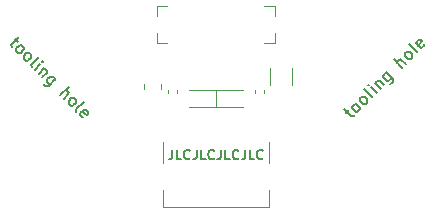
<source format=gto>
%TF.GenerationSoftware,KiCad,Pcbnew,7.0.8*%
%TF.CreationDate,2023-10-15T21:47:16+02:00*%
%TF.ProjectId,usb-board,7573622d-626f-4617-9264-2e6b69636164,rev?*%
%TF.SameCoordinates,Original*%
%TF.FileFunction,Legend,Top*%
%TF.FilePolarity,Positive*%
%FSLAX46Y46*%
G04 Gerber Fmt 4.6, Leading zero omitted, Abs format (unit mm)*
G04 Created by KiCad (PCBNEW 7.0.8) date 2023-10-15 21:47:16*
%MOMM*%
%LPD*%
G01*
G04 APERTURE LIST*
%ADD10C,0.150000*%
%ADD11C,0.120000*%
G04 APERTURE END LIST*
D10*
X96317731Y-106144295D02*
X96317731Y-106715723D01*
X96317731Y-106715723D02*
X96279636Y-106830009D01*
X96279636Y-106830009D02*
X96203445Y-106906200D01*
X96203445Y-106906200D02*
X96089160Y-106944295D01*
X96089160Y-106944295D02*
X96012969Y-106944295D01*
X97079636Y-106944295D02*
X96698684Y-106944295D01*
X96698684Y-106944295D02*
X96698684Y-106144295D01*
X97803446Y-106868104D02*
X97765350Y-106906200D01*
X97765350Y-106906200D02*
X97651065Y-106944295D01*
X97651065Y-106944295D02*
X97574874Y-106944295D01*
X97574874Y-106944295D02*
X97460588Y-106906200D01*
X97460588Y-106906200D02*
X97384398Y-106830009D01*
X97384398Y-106830009D02*
X97346303Y-106753819D01*
X97346303Y-106753819D02*
X97308207Y-106601438D01*
X97308207Y-106601438D02*
X97308207Y-106487152D01*
X97308207Y-106487152D02*
X97346303Y-106334771D01*
X97346303Y-106334771D02*
X97384398Y-106258580D01*
X97384398Y-106258580D02*
X97460588Y-106182390D01*
X97460588Y-106182390D02*
X97574874Y-106144295D01*
X97574874Y-106144295D02*
X97651065Y-106144295D01*
X97651065Y-106144295D02*
X97765350Y-106182390D01*
X97765350Y-106182390D02*
X97803446Y-106220485D01*
X98374874Y-106144295D02*
X98374874Y-106715723D01*
X98374874Y-106715723D02*
X98336779Y-106830009D01*
X98336779Y-106830009D02*
X98260588Y-106906200D01*
X98260588Y-106906200D02*
X98146303Y-106944295D01*
X98146303Y-106944295D02*
X98070112Y-106944295D01*
X99136779Y-106944295D02*
X98755827Y-106944295D01*
X98755827Y-106944295D02*
X98755827Y-106144295D01*
X99860589Y-106868104D02*
X99822493Y-106906200D01*
X99822493Y-106906200D02*
X99708208Y-106944295D01*
X99708208Y-106944295D02*
X99632017Y-106944295D01*
X99632017Y-106944295D02*
X99517731Y-106906200D01*
X99517731Y-106906200D02*
X99441541Y-106830009D01*
X99441541Y-106830009D02*
X99403446Y-106753819D01*
X99403446Y-106753819D02*
X99365350Y-106601438D01*
X99365350Y-106601438D02*
X99365350Y-106487152D01*
X99365350Y-106487152D02*
X99403446Y-106334771D01*
X99403446Y-106334771D02*
X99441541Y-106258580D01*
X99441541Y-106258580D02*
X99517731Y-106182390D01*
X99517731Y-106182390D02*
X99632017Y-106144295D01*
X99632017Y-106144295D02*
X99708208Y-106144295D01*
X99708208Y-106144295D02*
X99822493Y-106182390D01*
X99822493Y-106182390D02*
X99860589Y-106220485D01*
X100432017Y-106144295D02*
X100432017Y-106715723D01*
X100432017Y-106715723D02*
X100393922Y-106830009D01*
X100393922Y-106830009D02*
X100317731Y-106906200D01*
X100317731Y-106906200D02*
X100203446Y-106944295D01*
X100203446Y-106944295D02*
X100127255Y-106944295D01*
X101193922Y-106944295D02*
X100812970Y-106944295D01*
X100812970Y-106944295D02*
X100812970Y-106144295D01*
X101917732Y-106868104D02*
X101879636Y-106906200D01*
X101879636Y-106906200D02*
X101765351Y-106944295D01*
X101765351Y-106944295D02*
X101689160Y-106944295D01*
X101689160Y-106944295D02*
X101574874Y-106906200D01*
X101574874Y-106906200D02*
X101498684Y-106830009D01*
X101498684Y-106830009D02*
X101460589Y-106753819D01*
X101460589Y-106753819D02*
X101422493Y-106601438D01*
X101422493Y-106601438D02*
X101422493Y-106487152D01*
X101422493Y-106487152D02*
X101460589Y-106334771D01*
X101460589Y-106334771D02*
X101498684Y-106258580D01*
X101498684Y-106258580D02*
X101574874Y-106182390D01*
X101574874Y-106182390D02*
X101689160Y-106144295D01*
X101689160Y-106144295D02*
X101765351Y-106144295D01*
X101765351Y-106144295D02*
X101879636Y-106182390D01*
X101879636Y-106182390D02*
X101917732Y-106220485D01*
X102489160Y-106144295D02*
X102489160Y-106715723D01*
X102489160Y-106715723D02*
X102451065Y-106830009D01*
X102451065Y-106830009D02*
X102374874Y-106906200D01*
X102374874Y-106906200D02*
X102260589Y-106944295D01*
X102260589Y-106944295D02*
X102184398Y-106944295D01*
X103251065Y-106944295D02*
X102870113Y-106944295D01*
X102870113Y-106944295D02*
X102870113Y-106144295D01*
X103974875Y-106868104D02*
X103936779Y-106906200D01*
X103936779Y-106906200D02*
X103822494Y-106944295D01*
X103822494Y-106944295D02*
X103746303Y-106944295D01*
X103746303Y-106944295D02*
X103632017Y-106906200D01*
X103632017Y-106906200D02*
X103555827Y-106830009D01*
X103555827Y-106830009D02*
X103517732Y-106753819D01*
X103517732Y-106753819D02*
X103479636Y-106601438D01*
X103479636Y-106601438D02*
X103479636Y-106487152D01*
X103479636Y-106487152D02*
X103517732Y-106334771D01*
X103517732Y-106334771D02*
X103555827Y-106258580D01*
X103555827Y-106258580D02*
X103632017Y-106182390D01*
X103632017Y-106182390D02*
X103746303Y-106144295D01*
X103746303Y-106144295D02*
X103822494Y-106144295D01*
X103822494Y-106144295D02*
X103936779Y-106182390D01*
X103936779Y-106182390D02*
X103974875Y-106220485D01*
X110985056Y-103015346D02*
X111254430Y-102745972D01*
X110850369Y-102678628D02*
X111456460Y-103284720D01*
X111456460Y-103284720D02*
X111557475Y-103318391D01*
X111557475Y-103318391D02*
X111658491Y-103284720D01*
X111658491Y-103284720D02*
X111725834Y-103217376D01*
X112062552Y-102880658D02*
X111961537Y-102914330D01*
X111961537Y-102914330D02*
X111894193Y-102914330D01*
X111894193Y-102914330D02*
X111793178Y-102880658D01*
X111793178Y-102880658D02*
X111591147Y-102678628D01*
X111591147Y-102678628D02*
X111557476Y-102577612D01*
X111557476Y-102577612D02*
X111557476Y-102510269D01*
X111557476Y-102510269D02*
X111591147Y-102409254D01*
X111591147Y-102409254D02*
X111692163Y-102308238D01*
X111692163Y-102308238D02*
X111793178Y-102274567D01*
X111793178Y-102274567D02*
X111860522Y-102274567D01*
X111860522Y-102274567D02*
X111961537Y-102308238D01*
X111961537Y-102308238D02*
X112163567Y-102510269D01*
X112163567Y-102510269D02*
X112197239Y-102611284D01*
X112197239Y-102611284D02*
X112197239Y-102678628D01*
X112197239Y-102678628D02*
X112163567Y-102779643D01*
X112163567Y-102779643D02*
X112062552Y-102880658D01*
X112702315Y-102240895D02*
X112601300Y-102274567D01*
X112601300Y-102274567D02*
X112533957Y-102274567D01*
X112533957Y-102274567D02*
X112432941Y-102240895D01*
X112432941Y-102240895D02*
X112230911Y-102038864D01*
X112230911Y-102038864D02*
X112197239Y-101937849D01*
X112197239Y-101937849D02*
X112197239Y-101870506D01*
X112197239Y-101870506D02*
X112230911Y-101769490D01*
X112230911Y-101769490D02*
X112331926Y-101668475D01*
X112331926Y-101668475D02*
X112432941Y-101634803D01*
X112432941Y-101634803D02*
X112500285Y-101634803D01*
X112500285Y-101634803D02*
X112601300Y-101668475D01*
X112601300Y-101668475D02*
X112803331Y-101870506D01*
X112803331Y-101870506D02*
X112837002Y-101971521D01*
X112837002Y-101971521D02*
X112837002Y-102038864D01*
X112837002Y-102038864D02*
X112803331Y-102139880D01*
X112803331Y-102139880D02*
X112702315Y-102240895D01*
X113342079Y-101601132D02*
X113241063Y-101634803D01*
X113241063Y-101634803D02*
X113140048Y-101601132D01*
X113140048Y-101601132D02*
X112533957Y-100995040D01*
X113611453Y-101331757D02*
X113140049Y-100860353D01*
X112904346Y-100624650D02*
X112904346Y-100691994D01*
X112904346Y-100691994D02*
X112971690Y-100691994D01*
X112971690Y-100691994D02*
X112971690Y-100624650D01*
X112971690Y-100624650D02*
X112904346Y-100624650D01*
X112904346Y-100624650D02*
X112971690Y-100691994D01*
X113476766Y-100523636D02*
X113948170Y-100995040D01*
X113544109Y-100590979D02*
X113544109Y-100523636D01*
X113544109Y-100523636D02*
X113577781Y-100422620D01*
X113577781Y-100422620D02*
X113678796Y-100321605D01*
X113678796Y-100321605D02*
X113779811Y-100287933D01*
X113779811Y-100287933D02*
X113880827Y-100321605D01*
X113880827Y-100321605D02*
X114251216Y-100691994D01*
X114419575Y-99580826D02*
X114991995Y-100153246D01*
X114991995Y-100153246D02*
X115025666Y-100254261D01*
X115025666Y-100254261D02*
X115025666Y-100321605D01*
X115025666Y-100321605D02*
X114991995Y-100422620D01*
X114991995Y-100422620D02*
X114890979Y-100523635D01*
X114890979Y-100523635D02*
X114789964Y-100557307D01*
X114857308Y-100018559D02*
X114823636Y-100119574D01*
X114823636Y-100119574D02*
X114688949Y-100254261D01*
X114688949Y-100254261D02*
X114587934Y-100287933D01*
X114587934Y-100287933D02*
X114520590Y-100287933D01*
X114520590Y-100287933D02*
X114419575Y-100254261D01*
X114419575Y-100254261D02*
X114217544Y-100052231D01*
X114217544Y-100052231D02*
X114183873Y-99951216D01*
X114183873Y-99951216D02*
X114183873Y-99883872D01*
X114183873Y-99883872D02*
X114217544Y-99782857D01*
X114217544Y-99782857D02*
X114352231Y-99648170D01*
X114352231Y-99648170D02*
X114453247Y-99614498D01*
X115766445Y-99176765D02*
X115059338Y-98469658D01*
X116069491Y-98873719D02*
X115699102Y-98503330D01*
X115699102Y-98503330D02*
X115598086Y-98469658D01*
X115598086Y-98469658D02*
X115497071Y-98503330D01*
X115497071Y-98503330D02*
X115396056Y-98604345D01*
X115396056Y-98604345D02*
X115362384Y-98705361D01*
X115362384Y-98705361D02*
X115362384Y-98772704D01*
X116507224Y-98435987D02*
X116406208Y-98469658D01*
X116406208Y-98469658D02*
X116338865Y-98469658D01*
X116338865Y-98469658D02*
X116237850Y-98435987D01*
X116237850Y-98435987D02*
X116035819Y-98233956D01*
X116035819Y-98233956D02*
X116002147Y-98132941D01*
X116002147Y-98132941D02*
X116002147Y-98065597D01*
X116002147Y-98065597D02*
X116035819Y-97964582D01*
X116035819Y-97964582D02*
X116136834Y-97863567D01*
X116136834Y-97863567D02*
X116237850Y-97829895D01*
X116237850Y-97829895D02*
X116305193Y-97829895D01*
X116305193Y-97829895D02*
X116406208Y-97863567D01*
X116406208Y-97863567D02*
X116608239Y-98065597D01*
X116608239Y-98065597D02*
X116641911Y-98166613D01*
X116641911Y-98166613D02*
X116641911Y-98233956D01*
X116641911Y-98233956D02*
X116608239Y-98334971D01*
X116608239Y-98334971D02*
X116507224Y-98435987D01*
X117146987Y-97796223D02*
X117045972Y-97829895D01*
X117045972Y-97829895D02*
X116944957Y-97796223D01*
X116944957Y-97796223D02*
X116338865Y-97190132D01*
X117652064Y-97223803D02*
X117618392Y-97324818D01*
X117618392Y-97324818D02*
X117483705Y-97459505D01*
X117483705Y-97459505D02*
X117382690Y-97493177D01*
X117382690Y-97493177D02*
X117281674Y-97459505D01*
X117281674Y-97459505D02*
X117012300Y-97190131D01*
X117012300Y-97190131D02*
X116978629Y-97089116D01*
X116978629Y-97089116D02*
X117012300Y-96988101D01*
X117012300Y-96988101D02*
X117146987Y-96853414D01*
X117146987Y-96853414D02*
X117248003Y-96819742D01*
X117248003Y-96819742D02*
X117349018Y-96853414D01*
X117349018Y-96853414D02*
X117416361Y-96920757D01*
X117416361Y-96920757D02*
X117146987Y-97324818D01*
X82984653Y-96735056D02*
X83254027Y-97004430D01*
X83321371Y-96600369D02*
X82715279Y-97206460D01*
X82715279Y-97206460D02*
X82681608Y-97307475D01*
X82681608Y-97307475D02*
X82715279Y-97408491D01*
X82715279Y-97408491D02*
X82782623Y-97475834D01*
X83119341Y-97812552D02*
X83085669Y-97711537D01*
X83085669Y-97711537D02*
X83085669Y-97644193D01*
X83085669Y-97644193D02*
X83119341Y-97543178D01*
X83119341Y-97543178D02*
X83321371Y-97341147D01*
X83321371Y-97341147D02*
X83422387Y-97307476D01*
X83422387Y-97307476D02*
X83489730Y-97307476D01*
X83489730Y-97307476D02*
X83590745Y-97341147D01*
X83590745Y-97341147D02*
X83691761Y-97442163D01*
X83691761Y-97442163D02*
X83725432Y-97543178D01*
X83725432Y-97543178D02*
X83725432Y-97610522D01*
X83725432Y-97610522D02*
X83691761Y-97711537D01*
X83691761Y-97711537D02*
X83489730Y-97913567D01*
X83489730Y-97913567D02*
X83388715Y-97947239D01*
X83388715Y-97947239D02*
X83321371Y-97947239D01*
X83321371Y-97947239D02*
X83220356Y-97913567D01*
X83220356Y-97913567D02*
X83119341Y-97812552D01*
X83759104Y-98452315D02*
X83725432Y-98351300D01*
X83725432Y-98351300D02*
X83725432Y-98283957D01*
X83725432Y-98283957D02*
X83759104Y-98182941D01*
X83759104Y-98182941D02*
X83961135Y-97980911D01*
X83961135Y-97980911D02*
X84062150Y-97947239D01*
X84062150Y-97947239D02*
X84129493Y-97947239D01*
X84129493Y-97947239D02*
X84230509Y-97980911D01*
X84230509Y-97980911D02*
X84331524Y-98081926D01*
X84331524Y-98081926D02*
X84365196Y-98182941D01*
X84365196Y-98182941D02*
X84365196Y-98250285D01*
X84365196Y-98250285D02*
X84331524Y-98351300D01*
X84331524Y-98351300D02*
X84129493Y-98553331D01*
X84129493Y-98553331D02*
X84028478Y-98587002D01*
X84028478Y-98587002D02*
X83961135Y-98587002D01*
X83961135Y-98587002D02*
X83860119Y-98553331D01*
X83860119Y-98553331D02*
X83759104Y-98452315D01*
X84398867Y-99092079D02*
X84365196Y-98991063D01*
X84365196Y-98991063D02*
X84398867Y-98890048D01*
X84398867Y-98890048D02*
X85004959Y-98283957D01*
X84668242Y-99361453D02*
X85139646Y-98890049D01*
X85375349Y-98654346D02*
X85308005Y-98654346D01*
X85308005Y-98654346D02*
X85308005Y-98721690D01*
X85308005Y-98721690D02*
X85375349Y-98721690D01*
X85375349Y-98721690D02*
X85375349Y-98654346D01*
X85375349Y-98654346D02*
X85308005Y-98721690D01*
X85476363Y-99226766D02*
X85004959Y-99698170D01*
X85409020Y-99294109D02*
X85476363Y-99294109D01*
X85476363Y-99294109D02*
X85577379Y-99327781D01*
X85577379Y-99327781D02*
X85678394Y-99428796D01*
X85678394Y-99428796D02*
X85712066Y-99529811D01*
X85712066Y-99529811D02*
X85678394Y-99630827D01*
X85678394Y-99630827D02*
X85308005Y-100001216D01*
X86419173Y-100169575D02*
X85846753Y-100741995D01*
X85846753Y-100741995D02*
X85745738Y-100775666D01*
X85745738Y-100775666D02*
X85678394Y-100775666D01*
X85678394Y-100775666D02*
X85577379Y-100741995D01*
X85577379Y-100741995D02*
X85476364Y-100640979D01*
X85476364Y-100640979D02*
X85442692Y-100539964D01*
X85981440Y-100607308D02*
X85880425Y-100573636D01*
X85880425Y-100573636D02*
X85745738Y-100438949D01*
X85745738Y-100438949D02*
X85712066Y-100337934D01*
X85712066Y-100337934D02*
X85712066Y-100270590D01*
X85712066Y-100270590D02*
X85745738Y-100169575D01*
X85745738Y-100169575D02*
X85947768Y-99967544D01*
X85947768Y-99967544D02*
X86048783Y-99933873D01*
X86048783Y-99933873D02*
X86116127Y-99933873D01*
X86116127Y-99933873D02*
X86217142Y-99967544D01*
X86217142Y-99967544D02*
X86351829Y-100102231D01*
X86351829Y-100102231D02*
X86385501Y-100203247D01*
X86823234Y-101516445D02*
X87530341Y-100809338D01*
X87126280Y-101819491D02*
X87496669Y-101449102D01*
X87496669Y-101449102D02*
X87530341Y-101348086D01*
X87530341Y-101348086D02*
X87496669Y-101247071D01*
X87496669Y-101247071D02*
X87395654Y-101146056D01*
X87395654Y-101146056D02*
X87294638Y-101112384D01*
X87294638Y-101112384D02*
X87227295Y-101112384D01*
X87564012Y-102257224D02*
X87530341Y-102156208D01*
X87530341Y-102156208D02*
X87530341Y-102088865D01*
X87530341Y-102088865D02*
X87564012Y-101987850D01*
X87564012Y-101987850D02*
X87766043Y-101785819D01*
X87766043Y-101785819D02*
X87867058Y-101752147D01*
X87867058Y-101752147D02*
X87934402Y-101752147D01*
X87934402Y-101752147D02*
X88035417Y-101785819D01*
X88035417Y-101785819D02*
X88136432Y-101886834D01*
X88136432Y-101886834D02*
X88170104Y-101987850D01*
X88170104Y-101987850D02*
X88170104Y-102055193D01*
X88170104Y-102055193D02*
X88136432Y-102156208D01*
X88136432Y-102156208D02*
X87934402Y-102358239D01*
X87934402Y-102358239D02*
X87833386Y-102391911D01*
X87833386Y-102391911D02*
X87766043Y-102391911D01*
X87766043Y-102391911D02*
X87665028Y-102358239D01*
X87665028Y-102358239D02*
X87564012Y-102257224D01*
X88203776Y-102896987D02*
X88170104Y-102795972D01*
X88170104Y-102795972D02*
X88203776Y-102694957D01*
X88203776Y-102694957D02*
X88809867Y-102088865D01*
X88776196Y-103402064D02*
X88675181Y-103368392D01*
X88675181Y-103368392D02*
X88540494Y-103233705D01*
X88540494Y-103233705D02*
X88506822Y-103132690D01*
X88506822Y-103132690D02*
X88540494Y-103031674D01*
X88540494Y-103031674D02*
X88809868Y-102762300D01*
X88809868Y-102762300D02*
X88910883Y-102728629D01*
X88910883Y-102728629D02*
X89011898Y-102762300D01*
X89011898Y-102762300D02*
X89146585Y-102896987D01*
X89146585Y-102896987D02*
X89180257Y-102998003D01*
X89180257Y-102998003D02*
X89146585Y-103099018D01*
X89146585Y-103099018D02*
X89079242Y-103166361D01*
X89079242Y-103166361D02*
X88675181Y-102896987D01*
D11*
%TO.C,R2*%
X104080000Y-101046359D02*
X104080000Y-101353641D01*
X103320000Y-101046359D02*
X103320000Y-101353641D01*
%TO.C,R1*%
X96680000Y-101046359D02*
X96680000Y-101353641D01*
X95920000Y-101046359D02*
X95920000Y-101353641D01*
%TO.C,C1*%
X104590000Y-100636252D02*
X104590000Y-99213748D01*
X106410000Y-100636252D02*
X106410000Y-99213748D01*
%TO.C,R3*%
X95385000Y-100572936D02*
X95385000Y-101027064D01*
X93915000Y-100572936D02*
X93915000Y-101027064D01*
%TO.C,D1*%
X99997500Y-102535000D02*
X99997500Y-101065000D01*
X99997500Y-101065000D02*
X97712500Y-101065000D01*
X97712500Y-102535000D02*
X99997500Y-102535000D01*
%TO.C,J3*%
X105000000Y-96225000D02*
X105000000Y-97125000D01*
X105000000Y-94825000D02*
X105000000Y-93925000D01*
X104100000Y-97125000D02*
X105000000Y-97125000D01*
X104100000Y-93925000D02*
X105000000Y-93925000D01*
X95900000Y-97125000D02*
X95000000Y-97125000D01*
X95900000Y-93925000D02*
X95000000Y-93925000D01*
X95000000Y-96225000D02*
X95000000Y-97125000D01*
X95000000Y-94825000D02*
X95000000Y-93925000D01*
%TO.C,D2*%
X100002502Y-101065000D02*
X100002502Y-102535000D01*
X100002502Y-102535000D02*
X102287502Y-102535000D01*
X102287502Y-101065000D02*
X100002502Y-101065000D01*
%TO.C,J2*%
X95530000Y-105490000D02*
X95530000Y-107290000D01*
X95530000Y-111000000D02*
X95530000Y-109540000D01*
X104470000Y-105490000D02*
X104470000Y-107290000D01*
X104470000Y-111000000D02*
X95530000Y-111000000D01*
X104470000Y-111000000D02*
X104470000Y-109540000D01*
%TD*%
M02*

</source>
